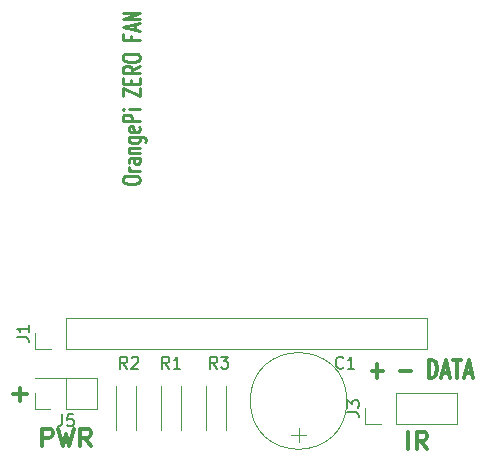
<source format=gto>
G04 #@! TF.FileFunction,Legend,Top*
%FSLAX46Y46*%
G04 Gerber Fmt 4.6, Leading zero omitted, Abs format (unit mm)*
G04 Created by KiCad (PCBNEW 4.0.1-stable) date 2017/09/23 6:08:57*
%MOMM*%
G01*
G04 APERTURE LIST*
%ADD10C,0.100000*%
%ADD11C,0.300000*%
%ADD12C,0.250000*%
%ADD13C,0.150000*%
%ADD14C,0.120000*%
%ADD15R,1.600000X1.600000*%
%ADD16C,1.600000*%
%ADD17R,1.700000X1.700000*%
%ADD18O,1.700000X1.700000*%
%ADD19C,1.400000*%
%ADD20O,1.400000X1.400000*%
%ADD21C,3.200000*%
G04 APERTURE END LIST*
D10*
D11*
X145798000Y-124472143D02*
X146712286Y-124472143D01*
X146255143Y-125043571D02*
X146255143Y-123900714D01*
X148198000Y-124472143D02*
X149112286Y-124472143D01*
X150598000Y-125043571D02*
X150598000Y-123543571D01*
X150883715Y-123543571D01*
X151055143Y-123615000D01*
X151169429Y-123757857D01*
X151226572Y-123900714D01*
X151283715Y-124186429D01*
X151283715Y-124400714D01*
X151226572Y-124686429D01*
X151169429Y-124829286D01*
X151055143Y-124972143D01*
X150883715Y-125043571D01*
X150598000Y-125043571D01*
X151740857Y-124615000D02*
X152312286Y-124615000D01*
X151626572Y-125043571D02*
X152026572Y-123543571D01*
X152426572Y-125043571D01*
X152655143Y-123543571D02*
X153340857Y-123543571D01*
X152998000Y-125043571D02*
X152998000Y-123543571D01*
X153683714Y-124615000D02*
X154255143Y-124615000D01*
X153569429Y-125043571D02*
X153969429Y-123543571D01*
X154369429Y-125043571D01*
X115426572Y-126472143D02*
X116569429Y-126472143D01*
X115998000Y-127043571D02*
X115998000Y-125900714D01*
D12*
X124676571Y-108388810D02*
X124676571Y-108198333D01*
X124748000Y-108103095D01*
X124890857Y-108007857D01*
X125176571Y-107960238D01*
X125676571Y-107960238D01*
X125962286Y-108007857D01*
X126105143Y-108103095D01*
X126176571Y-108198333D01*
X126176571Y-108388810D01*
X126105143Y-108484048D01*
X125962286Y-108579286D01*
X125676571Y-108626905D01*
X125176571Y-108626905D01*
X124890857Y-108579286D01*
X124748000Y-108484048D01*
X124676571Y-108388810D01*
X126176571Y-107531667D02*
X125176571Y-107531667D01*
X125462286Y-107531667D02*
X125319429Y-107484048D01*
X125248000Y-107436429D01*
X125176571Y-107341191D01*
X125176571Y-107245952D01*
X126176571Y-106484047D02*
X125390857Y-106484047D01*
X125248000Y-106531666D01*
X125176571Y-106626904D01*
X125176571Y-106817381D01*
X125248000Y-106912619D01*
X126105143Y-106484047D02*
X126176571Y-106579285D01*
X126176571Y-106817381D01*
X126105143Y-106912619D01*
X125962286Y-106960238D01*
X125819429Y-106960238D01*
X125676571Y-106912619D01*
X125605143Y-106817381D01*
X125605143Y-106579285D01*
X125533714Y-106484047D01*
X125176571Y-106007857D02*
X126176571Y-106007857D01*
X125319429Y-106007857D02*
X125248000Y-105960238D01*
X125176571Y-105865000D01*
X125176571Y-105722142D01*
X125248000Y-105626904D01*
X125390857Y-105579285D01*
X126176571Y-105579285D01*
X125176571Y-104674523D02*
X126390857Y-104674523D01*
X126533714Y-104722142D01*
X126605143Y-104769761D01*
X126676571Y-104865000D01*
X126676571Y-105007857D01*
X126605143Y-105103095D01*
X126105143Y-104674523D02*
X126176571Y-104769761D01*
X126176571Y-104960238D01*
X126105143Y-105055476D01*
X126033714Y-105103095D01*
X125890857Y-105150714D01*
X125462286Y-105150714D01*
X125319429Y-105103095D01*
X125248000Y-105055476D01*
X125176571Y-104960238D01*
X125176571Y-104769761D01*
X125248000Y-104674523D01*
X126105143Y-103817380D02*
X126176571Y-103912618D01*
X126176571Y-104103095D01*
X126105143Y-104198333D01*
X125962286Y-104245952D01*
X125390857Y-104245952D01*
X125248000Y-104198333D01*
X125176571Y-104103095D01*
X125176571Y-103912618D01*
X125248000Y-103817380D01*
X125390857Y-103769761D01*
X125533714Y-103769761D01*
X125676571Y-104245952D01*
X126176571Y-103341190D02*
X124676571Y-103341190D01*
X124676571Y-102960237D01*
X124748000Y-102864999D01*
X124819429Y-102817380D01*
X124962286Y-102769761D01*
X125176571Y-102769761D01*
X125319429Y-102817380D01*
X125390857Y-102864999D01*
X125462286Y-102960237D01*
X125462286Y-103341190D01*
X126176571Y-102341190D02*
X125176571Y-102341190D01*
X124676571Y-102341190D02*
X124748000Y-102388809D01*
X124819429Y-102341190D01*
X124748000Y-102293571D01*
X124676571Y-102341190D01*
X124819429Y-102341190D01*
X124676571Y-101198333D02*
X124676571Y-100531666D01*
X126176571Y-101198333D01*
X126176571Y-100531666D01*
X125390857Y-100150714D02*
X125390857Y-99817380D01*
X126176571Y-99674523D02*
X126176571Y-100150714D01*
X124676571Y-100150714D01*
X124676571Y-99674523D01*
X126176571Y-98674523D02*
X125462286Y-99007857D01*
X126176571Y-99245952D02*
X124676571Y-99245952D01*
X124676571Y-98864999D01*
X124748000Y-98769761D01*
X124819429Y-98722142D01*
X124962286Y-98674523D01*
X125176571Y-98674523D01*
X125319429Y-98722142D01*
X125390857Y-98769761D01*
X125462286Y-98864999D01*
X125462286Y-99245952D01*
X124676571Y-98055476D02*
X124676571Y-97864999D01*
X124748000Y-97769761D01*
X124890857Y-97674523D01*
X125176571Y-97626904D01*
X125676571Y-97626904D01*
X125962286Y-97674523D01*
X126105143Y-97769761D01*
X126176571Y-97864999D01*
X126176571Y-98055476D01*
X126105143Y-98150714D01*
X125962286Y-98245952D01*
X125676571Y-98293571D01*
X125176571Y-98293571D01*
X124890857Y-98245952D01*
X124748000Y-98150714D01*
X124676571Y-98055476D01*
X125390857Y-96103094D02*
X125390857Y-96436428D01*
X126176571Y-96436428D02*
X124676571Y-96436428D01*
X124676571Y-95960237D01*
X125748000Y-95626904D02*
X125748000Y-95150713D01*
X126176571Y-95722142D02*
X124676571Y-95388809D01*
X126176571Y-95055475D01*
X126176571Y-94722142D02*
X124676571Y-94722142D01*
X126176571Y-94150713D01*
X124676571Y-94150713D01*
D11*
X148856000Y-131107571D02*
X148856000Y-129607571D01*
X150427429Y-131107571D02*
X149927429Y-130393286D01*
X149570286Y-131107571D02*
X149570286Y-129607571D01*
X150141714Y-129607571D01*
X150284572Y-129679000D01*
X150356000Y-129750429D01*
X150427429Y-129893286D01*
X150427429Y-130107571D01*
X150356000Y-130250429D01*
X150284572Y-130321857D01*
X150141714Y-130393286D01*
X149570286Y-130393286D01*
X117888000Y-130853571D02*
X117888000Y-129353571D01*
X118459428Y-129353571D01*
X118602286Y-129425000D01*
X118673714Y-129496429D01*
X118745143Y-129639286D01*
X118745143Y-129853571D01*
X118673714Y-129996429D01*
X118602286Y-130067857D01*
X118459428Y-130139286D01*
X117888000Y-130139286D01*
X119245143Y-129353571D02*
X119602286Y-130853571D01*
X119888000Y-129782143D01*
X120173714Y-130853571D01*
X120530857Y-129353571D01*
X121959429Y-130853571D02*
X121459429Y-130139286D01*
X121102286Y-130853571D02*
X121102286Y-129353571D01*
X121673714Y-129353571D01*
X121816572Y-129425000D01*
X121888000Y-129496429D01*
X121959429Y-129639286D01*
X121959429Y-129853571D01*
X121888000Y-129996429D01*
X121816572Y-130067857D01*
X121673714Y-130139286D01*
X121102286Y-130139286D01*
D13*
X139390381Y-120999285D02*
X139390381Y-121570714D01*
X139390381Y-121285000D02*
X138390381Y-121285000D01*
X138533238Y-121380238D01*
X138628476Y-121475476D01*
X138676095Y-121570714D01*
D14*
X143663000Y-127020000D02*
G75*
G03X143663000Y-127020000I-4090000J0D01*
G01*
X139573000Y-130470000D02*
X139573000Y-129270000D01*
X138923000Y-129870000D02*
X140223000Y-129870000D01*
X119888000Y-122615000D02*
X150428000Y-122615000D01*
X150428000Y-122615000D02*
X150428000Y-119955000D01*
X150428000Y-119955000D02*
X119888000Y-119955000D01*
X119888000Y-119955000D02*
X119888000Y-122615000D01*
X118618000Y-122615000D02*
X117288000Y-122615000D01*
X117288000Y-122615000D02*
X117288000Y-121285000D01*
X147828000Y-128965000D02*
X152968000Y-128965000D01*
X152968000Y-128965000D02*
X152968000Y-126305000D01*
X152968000Y-126305000D02*
X147828000Y-126305000D01*
X147828000Y-126305000D02*
X147828000Y-128965000D01*
X146558000Y-128965000D02*
X145228000Y-128965000D01*
X145228000Y-128965000D02*
X145228000Y-127635000D01*
X125828000Y-125775000D02*
X125828000Y-129495000D01*
X124108000Y-125775000D02*
X124108000Y-129495000D01*
X127918000Y-129495000D02*
X127918000Y-125775000D01*
X129638000Y-129495000D02*
X129638000Y-125775000D01*
X131728000Y-129495000D02*
X131728000Y-125775000D01*
X133448000Y-129495000D02*
X133448000Y-125775000D01*
X117288000Y-125095000D02*
X117288000Y-125035000D01*
X117288000Y-125035000D02*
X122488000Y-125035000D01*
X122488000Y-125035000D02*
X122488000Y-127695000D01*
X122488000Y-127695000D02*
X119888000Y-127695000D01*
X119888000Y-127695000D02*
X119888000Y-125095000D01*
X119888000Y-125095000D02*
X117288000Y-125095000D01*
X117288000Y-126365000D02*
X117288000Y-127695000D01*
X117288000Y-127695000D02*
X118558000Y-127695000D01*
D13*
X143343334Y-124182143D02*
X143295715Y-124229762D01*
X143152858Y-124277381D01*
X143057620Y-124277381D01*
X142914762Y-124229762D01*
X142819524Y-124134524D01*
X142771905Y-124039286D01*
X142724286Y-123848810D01*
X142724286Y-123705952D01*
X142771905Y-123515476D01*
X142819524Y-123420238D01*
X142914762Y-123325000D01*
X143057620Y-123277381D01*
X143152858Y-123277381D01*
X143295715Y-123325000D01*
X143343334Y-123372619D01*
X144295715Y-124277381D02*
X143724286Y-124277381D01*
X144010000Y-124277381D02*
X144010000Y-123277381D01*
X143914762Y-123420238D01*
X143819524Y-123515476D01*
X143724286Y-123563095D01*
X115740381Y-121618333D02*
X116454667Y-121618333D01*
X116597524Y-121665953D01*
X116692762Y-121761191D01*
X116740381Y-121904048D01*
X116740381Y-121999286D01*
X116740381Y-120618333D02*
X116740381Y-121189762D01*
X116740381Y-120904048D02*
X115740381Y-120904048D01*
X115883238Y-120999286D01*
X115978476Y-121094524D01*
X116026095Y-121189762D01*
X143680381Y-127968333D02*
X144394667Y-127968333D01*
X144537524Y-128015953D01*
X144632762Y-128111191D01*
X144680381Y-128254048D01*
X144680381Y-128349286D01*
X143680381Y-127587381D02*
X143680381Y-126968333D01*
X144061333Y-127301667D01*
X144061333Y-127158809D01*
X144108952Y-127063571D01*
X144156571Y-127015952D01*
X144251810Y-126968333D01*
X144489905Y-126968333D01*
X144585143Y-127015952D01*
X144632762Y-127063571D01*
X144680381Y-127158809D01*
X144680381Y-127444524D01*
X144632762Y-127539762D01*
X144585143Y-127587381D01*
X125055334Y-124277381D02*
X124722000Y-123801190D01*
X124483905Y-124277381D02*
X124483905Y-123277381D01*
X124864858Y-123277381D01*
X124960096Y-123325000D01*
X125007715Y-123372619D01*
X125055334Y-123467857D01*
X125055334Y-123610714D01*
X125007715Y-123705952D01*
X124960096Y-123753571D01*
X124864858Y-123801190D01*
X124483905Y-123801190D01*
X125436286Y-123372619D02*
X125483905Y-123325000D01*
X125579143Y-123277381D01*
X125817239Y-123277381D01*
X125912477Y-123325000D01*
X125960096Y-123372619D01*
X126007715Y-123467857D01*
X126007715Y-123563095D01*
X125960096Y-123705952D01*
X125388667Y-124277381D01*
X126007715Y-124277381D01*
X128611334Y-124277381D02*
X128278000Y-123801190D01*
X128039905Y-124277381D02*
X128039905Y-123277381D01*
X128420858Y-123277381D01*
X128516096Y-123325000D01*
X128563715Y-123372619D01*
X128611334Y-123467857D01*
X128611334Y-123610714D01*
X128563715Y-123705952D01*
X128516096Y-123753571D01*
X128420858Y-123801190D01*
X128039905Y-123801190D01*
X129563715Y-124277381D02*
X128992286Y-124277381D01*
X129278000Y-124277381D02*
X129278000Y-123277381D01*
X129182762Y-123420238D01*
X129087524Y-123515476D01*
X128992286Y-123563095D01*
X132675334Y-124277381D02*
X132342000Y-123801190D01*
X132103905Y-124277381D02*
X132103905Y-123277381D01*
X132484858Y-123277381D01*
X132580096Y-123325000D01*
X132627715Y-123372619D01*
X132675334Y-123467857D01*
X132675334Y-123610714D01*
X132627715Y-123705952D01*
X132580096Y-123753571D01*
X132484858Y-123801190D01*
X132103905Y-123801190D01*
X133008667Y-123277381D02*
X133627715Y-123277381D01*
X133294381Y-123658333D01*
X133437239Y-123658333D01*
X133532477Y-123705952D01*
X133580096Y-123753571D01*
X133627715Y-123848810D01*
X133627715Y-124086905D01*
X133580096Y-124182143D01*
X133532477Y-124229762D01*
X133437239Y-124277381D01*
X133151524Y-124277381D01*
X133056286Y-124229762D01*
X133008667Y-124182143D01*
X119554667Y-128147381D02*
X119554667Y-128861667D01*
X119507047Y-129004524D01*
X119411809Y-129099762D01*
X119268952Y-129147381D01*
X119173714Y-129147381D01*
X120507048Y-128147381D02*
X120030857Y-128147381D01*
X119983238Y-128623571D01*
X120030857Y-128575952D01*
X120126095Y-128528333D01*
X120364191Y-128528333D01*
X120459429Y-128575952D01*
X120507048Y-128623571D01*
X120554667Y-128718810D01*
X120554667Y-128956905D01*
X120507048Y-129052143D01*
X120459429Y-129099762D01*
X120364191Y-129147381D01*
X120126095Y-129147381D01*
X120030857Y-129099762D01*
X119983238Y-129052143D01*
%LPC*%
D15*
X139573000Y-128270000D03*
D16*
X139573000Y-125770000D03*
D17*
X118618000Y-121285000D03*
D18*
X121158000Y-121285000D03*
X123698000Y-121285000D03*
X126238000Y-121285000D03*
X128778000Y-121285000D03*
X131318000Y-121285000D03*
X133858000Y-121285000D03*
X136398000Y-121285000D03*
X138938000Y-121285000D03*
X141478000Y-121285000D03*
X144018000Y-121285000D03*
X146558000Y-121285000D03*
X149098000Y-121285000D03*
D17*
X161798000Y-116205000D03*
D18*
X159258000Y-116205000D03*
X161798000Y-113665000D03*
X159258000Y-113665000D03*
X161798000Y-111125000D03*
X159258000Y-111125000D03*
X161798000Y-108585000D03*
X159258000Y-108585000D03*
X161798000Y-106045000D03*
X159258000Y-106045000D03*
X161798000Y-103505000D03*
X159258000Y-103505000D03*
X161798000Y-100965000D03*
X159258000Y-100965000D03*
X161798000Y-98425000D03*
X159258000Y-98425000D03*
X161798000Y-95885000D03*
X159258000Y-95885000D03*
X161798000Y-93345000D03*
X159258000Y-93345000D03*
X161798000Y-90805000D03*
X159258000Y-90805000D03*
X161798000Y-88265000D03*
X159258000Y-88265000D03*
X161798000Y-85725000D03*
X159258000Y-85725000D03*
D17*
X146558000Y-127635000D03*
D18*
X149098000Y-127635000D03*
X151638000Y-127635000D03*
D17*
X149098000Y-78105000D03*
D18*
X149098000Y-80645000D03*
X146558000Y-78105000D03*
X146558000Y-80645000D03*
X144018000Y-78105000D03*
X144018000Y-80645000D03*
X141478000Y-78105000D03*
X141478000Y-80645000D03*
X138938000Y-78105000D03*
X138938000Y-80645000D03*
X136398000Y-78105000D03*
X136398000Y-80645000D03*
X133858000Y-78105000D03*
X133858000Y-80645000D03*
X131318000Y-78105000D03*
X131318000Y-80645000D03*
X128778000Y-78105000D03*
X128778000Y-80645000D03*
X126238000Y-78105000D03*
X126238000Y-80645000D03*
X123698000Y-78105000D03*
X123698000Y-80645000D03*
X121158000Y-78105000D03*
X121158000Y-80645000D03*
X118618000Y-78105000D03*
X118618000Y-80645000D03*
D19*
X124968000Y-125095000D03*
D20*
X124968000Y-130175000D03*
D19*
X128778000Y-130175000D03*
D20*
X128778000Y-125095000D03*
D19*
X132588000Y-130175000D03*
D20*
X132588000Y-125095000D03*
D17*
X118618000Y-126365000D03*
D18*
X121158000Y-126365000D03*
D21*
X150998000Y-89365000D03*
X126998000Y-89365000D03*
X126998000Y-113365000D03*
X150998000Y-113365000D03*
M02*

</source>
